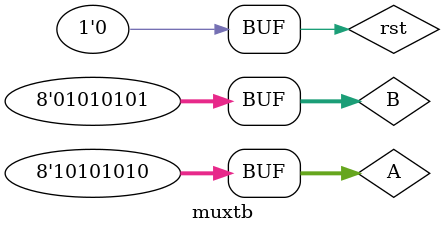
<source format=v>
`timescale 1ns / 1ps
module muxtb;
reg [0:7]A;
reg [0:7]B;
reg rst;
wire [0:15]Z;
wire [0:15]Y;
mux uut(.A(A), .B(B), .Z(Z), .Y(Y), .rst(rst));
initial begin
rst=1;
#5 rst=0;
A=8'b11001100;
B=8'b11100010;
#10 rst=1;
#5 rst=0;
A=8'b11110000;
B=8'b00001111;
#10 rst=1;
#5 rst=0;
A=8'b10101010;
B=8'b01010101;
end
endmodule

</source>
